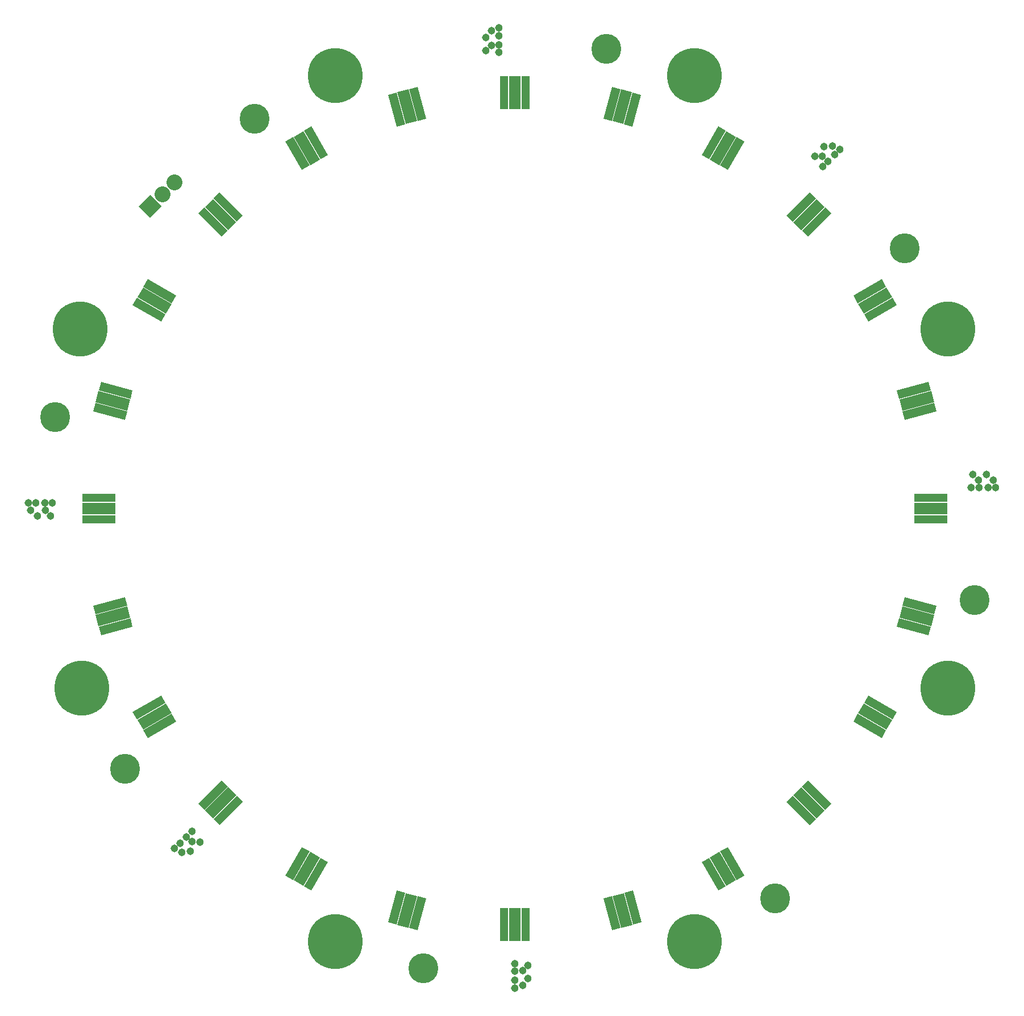
<source format=gbr>
G04 #@! TF.FileFunction,Soldermask,Top*
%FSLAX46Y46*%
G04 Gerber Fmt 4.6, Leading zero omitted, Abs format (unit mm)*
G04 Created by KiCad (PCBNEW 4.0.1-stable) date 2/3/2016 8:32:50 AM*
%MOMM*%
G01*
G04 APERTURE LIST*
%ADD10C,0.100000*%
%ADD11C,4.464000*%
%ADD12C,8.160000*%
%ADD13R,1.700000X4.900000*%
%ADD14R,1.300000X4.900000*%
%ADD15C,1.136600*%
%ADD16R,4.900000X1.700000*%
%ADD17R,4.900000X1.300000*%
%ADD18C,2.398980*%
G04 APERTURE END LIST*
D10*
D11*
X160510000Y-101930000D03*
X78370000Y-156810000D03*
X23490000Y-74670000D03*
X53190000Y-30220000D03*
X130810000Y-146380000D03*
X33920000Y-127110000D03*
D12*
X156530000Y-61570000D03*
X65270000Y-152830000D03*
X118730000Y-152830000D03*
X118730000Y-23770000D03*
X156530000Y-115030000D03*
X65270000Y-23770000D03*
X27270000Y-61570000D03*
D11*
X105630000Y-19790000D03*
X150080000Y-49490000D03*
D13*
X92000000Y-26300000D03*
D14*
X93600000Y-26300000D03*
X90400000Y-26300000D03*
D15*
X93587500Y-25474500D03*
X93587500Y-27062000D03*
X92000000Y-25474500D03*
X92000000Y-27062000D03*
X90412500Y-25474500D03*
X90412500Y-27062000D03*
D10*
G36*
X40856762Y-118811122D02*
X36613238Y-121261122D01*
X35763238Y-119788878D01*
X40006762Y-117338878D01*
X40856762Y-118811122D01*
X40856762Y-118811122D01*
G37*
G36*
X39956762Y-117252276D02*
X35713238Y-119702276D01*
X35063238Y-118576442D01*
X39306762Y-116126442D01*
X39956762Y-117252276D01*
X39956762Y-117252276D01*
G37*
G36*
X41556762Y-120023558D02*
X37313238Y-122473558D01*
X36663238Y-121347724D01*
X40906762Y-118897724D01*
X41556762Y-120023558D01*
X41556762Y-120023558D01*
G37*
D15*
X36801346Y-118337935D03*
X38176161Y-117544185D03*
X37595096Y-119712750D03*
X38969911Y-118919000D03*
X38388846Y-121087565D03*
X39763661Y-120293815D03*
D10*
G36*
X143993238Y-117338878D02*
X148236762Y-119788878D01*
X147386762Y-121261122D01*
X143143238Y-118811122D01*
X143993238Y-117338878D01*
X143993238Y-117338878D01*
G37*
G36*
X143093238Y-118897724D02*
X147336762Y-121347724D01*
X146686762Y-122473558D01*
X142443238Y-120023558D01*
X143093238Y-118897724D01*
X143093238Y-118897724D01*
G37*
G36*
X144693238Y-116126442D02*
X148936762Y-118576442D01*
X148286762Y-119702276D01*
X144043238Y-117252276D01*
X144693238Y-116126442D01*
X144693238Y-116126442D01*
G37*
D15*
X145611154Y-121087565D03*
X144236339Y-120293815D03*
X146404904Y-119712750D03*
X145030089Y-118919000D03*
X147198654Y-118337935D03*
X145823839Y-117544185D03*
D10*
G36*
X75773070Y-31006514D02*
X74504856Y-26273478D01*
X76146930Y-25833486D01*
X77415144Y-30566522D01*
X75773070Y-31006514D01*
X75773070Y-31006514D01*
G37*
G36*
X77511736Y-30540641D02*
X76243523Y-25807604D01*
X77499226Y-25471139D01*
X78767439Y-30204176D01*
X77511736Y-30540641D01*
X77511736Y-30540641D01*
G37*
G36*
X74420774Y-31368861D02*
X73152561Y-26635824D01*
X74408264Y-26299359D01*
X75676477Y-31032396D01*
X74420774Y-31368861D01*
X74420774Y-31368861D01*
G37*
D15*
X77279752Y-27211753D03*
X77690627Y-28745160D03*
X75746345Y-27622628D03*
X76157220Y-29156035D03*
X74212938Y-28033503D03*
X74623813Y-29566911D03*
D10*
G36*
X50493452Y-131008629D02*
X47028629Y-134473452D01*
X45826548Y-133271371D01*
X49291371Y-129806548D01*
X50493452Y-131008629D01*
X50493452Y-131008629D01*
G37*
G36*
X49220660Y-129735837D02*
X45755837Y-133200660D01*
X44836598Y-132281421D01*
X48301421Y-128816598D01*
X49220660Y-129735837D01*
X49220660Y-129735837D01*
G37*
G36*
X51483402Y-131998579D02*
X48018579Y-135463402D01*
X47099340Y-134544163D01*
X50564163Y-131079340D01*
X51483402Y-131998579D01*
X51483402Y-131998579D01*
G37*
D15*
X46453751Y-131601185D03*
X47576283Y-130478653D03*
X47576283Y-132723717D03*
X48698815Y-131601185D03*
X48698815Y-133846249D03*
X49821347Y-132723717D03*
D10*
G36*
X149733478Y-102884856D02*
X154466514Y-104153070D01*
X154026522Y-105795144D01*
X149293486Y-104526930D01*
X149733478Y-102884856D01*
X149733478Y-102884856D01*
G37*
G36*
X149267604Y-104623523D02*
X154000641Y-105891736D01*
X153664176Y-107147439D01*
X148931139Y-105879226D01*
X149267604Y-104623523D01*
X149267604Y-104623523D01*
G37*
G36*
X150095824Y-101532561D02*
X154828861Y-102800774D01*
X154492396Y-104056477D01*
X149759359Y-102788264D01*
X150095824Y-101532561D01*
X150095824Y-101532561D01*
G37*
D15*
X152266497Y-106087062D03*
X150733089Y-105676187D03*
X152677372Y-104553655D03*
X151143965Y-104142780D03*
X153088247Y-103020248D03*
X151554840Y-102609373D03*
D10*
G36*
X61488878Y-37156762D02*
X59038878Y-32913238D01*
X60511122Y-32063238D01*
X62961122Y-36306762D01*
X61488878Y-37156762D01*
X61488878Y-37156762D01*
G37*
G36*
X63047724Y-36256762D02*
X60597724Y-32013238D01*
X61723558Y-31363238D01*
X64173558Y-35606762D01*
X63047724Y-36256762D01*
X63047724Y-36256762D01*
G37*
G36*
X60276442Y-37856762D02*
X57826442Y-33613238D01*
X58952276Y-32963238D01*
X61402276Y-37206762D01*
X60276442Y-37856762D01*
X60276442Y-37856762D01*
G37*
D15*
X61962065Y-33101346D03*
X62755815Y-34476161D03*
X60587250Y-33895096D03*
X61381000Y-35269911D03*
X59212435Y-34688846D03*
X60006185Y-36063661D03*
D10*
G36*
X62961122Y-140293238D02*
X60511122Y-144536762D01*
X59038878Y-143686762D01*
X61488878Y-139443238D01*
X62961122Y-140293238D01*
X62961122Y-140293238D01*
G37*
G36*
X61402276Y-139393238D02*
X58952276Y-143636762D01*
X57826442Y-142986762D01*
X60276442Y-138743238D01*
X61402276Y-139393238D01*
X61402276Y-139393238D01*
G37*
G36*
X64173558Y-140993238D02*
X61723558Y-145236762D01*
X60597724Y-144586762D01*
X63047724Y-140343238D01*
X64173558Y-140993238D01*
X64173558Y-140993238D01*
G37*
D15*
X59212435Y-141911154D03*
X60006185Y-140536339D03*
X60587250Y-142704904D03*
X61381000Y-141330089D03*
X61962065Y-143498654D03*
X62755815Y-142123839D03*
D16*
X154000000Y-88300000D03*
D17*
X154000000Y-89900000D03*
X154000000Y-86700000D03*
D15*
X154825500Y-89887500D03*
X153238000Y-89887500D03*
X154825500Y-88300000D03*
X153238000Y-88300000D03*
X154825500Y-86712500D03*
X153238000Y-86712500D03*
D10*
G36*
X49291371Y-46793452D02*
X45826548Y-43328629D01*
X47028629Y-42126548D01*
X50493452Y-45591371D01*
X49291371Y-46793452D01*
X49291371Y-46793452D01*
G37*
G36*
X50564163Y-45520660D02*
X47099340Y-42055837D01*
X48018579Y-41136598D01*
X51483402Y-44601421D01*
X50564163Y-45520660D01*
X50564163Y-45520660D01*
G37*
G36*
X48301421Y-47783402D02*
X44836598Y-44318579D01*
X45755837Y-43399340D01*
X49220660Y-46864163D01*
X48301421Y-47783402D01*
X48301421Y-47783402D01*
G37*
D15*
X48698815Y-42753751D03*
X49821347Y-43876283D03*
X47576283Y-43876283D03*
X48698815Y-44998815D03*
X46453751Y-44998815D03*
X47576283Y-46121347D03*
D10*
G36*
X77415144Y-146033478D02*
X76146930Y-150766514D01*
X74504856Y-150326522D01*
X75773070Y-145593486D01*
X77415144Y-146033478D01*
X77415144Y-146033478D01*
G37*
G36*
X75676477Y-145567604D02*
X74408264Y-150300641D01*
X73152561Y-149964176D01*
X74420774Y-145231139D01*
X75676477Y-145567604D01*
X75676477Y-145567604D01*
G37*
G36*
X78767439Y-146395824D02*
X77499226Y-151128861D01*
X76243523Y-150792396D01*
X77511736Y-146059359D01*
X78767439Y-146395824D01*
X78767439Y-146395824D01*
G37*
D15*
X74212938Y-148566497D03*
X74623813Y-147033089D03*
X75746345Y-148977372D03*
X76157220Y-147443965D03*
X77279752Y-149388247D03*
X77690627Y-147854840D03*
D10*
G36*
X149293486Y-72073070D02*
X154026522Y-70804856D01*
X154466514Y-72446930D01*
X149733478Y-73715144D01*
X149293486Y-72073070D01*
X149293486Y-72073070D01*
G37*
G36*
X149759359Y-73811736D02*
X154492396Y-72543523D01*
X154828861Y-73799226D01*
X150095824Y-75067439D01*
X149759359Y-73811736D01*
X149759359Y-73811736D01*
G37*
G36*
X148931139Y-70720774D02*
X153664176Y-69452561D01*
X154000641Y-70708264D01*
X149267604Y-71976477D01*
X148931139Y-70720774D01*
X148931139Y-70720774D01*
G37*
D15*
X153088247Y-73579752D03*
X151554840Y-73990627D03*
X152677372Y-72046345D03*
X151143965Y-72457220D03*
X152266497Y-70512938D03*
X150733089Y-70923813D03*
D10*
G36*
X40006762Y-59261122D02*
X35763238Y-56811122D01*
X36613238Y-55338878D01*
X40856762Y-57788878D01*
X40006762Y-59261122D01*
X40006762Y-59261122D01*
G37*
G36*
X40906762Y-57702276D02*
X36663238Y-55252276D01*
X37313238Y-54126442D01*
X41556762Y-56576442D01*
X40906762Y-57702276D01*
X40906762Y-57702276D01*
G37*
G36*
X39306762Y-60473558D02*
X35063238Y-58023558D01*
X35713238Y-56897724D01*
X39956762Y-59347724D01*
X39306762Y-60473558D01*
X39306762Y-60473558D01*
G37*
D15*
X38388846Y-55512435D03*
X39763661Y-56306185D03*
X37595096Y-56887250D03*
X38969911Y-57681000D03*
X36801346Y-58262065D03*
X38176161Y-59055815D03*
D13*
X92000000Y-150300000D03*
D14*
X90400000Y-150300000D03*
X93600000Y-150300000D03*
D15*
X90412500Y-151125500D03*
X90412500Y-149538000D03*
X92000000Y-151125500D03*
X92000000Y-149538000D03*
X93587500Y-151125500D03*
X93587500Y-149538000D03*
D10*
G36*
X143143238Y-57788878D02*
X147386762Y-55338878D01*
X148236762Y-56811122D01*
X143993238Y-59261122D01*
X143143238Y-57788878D01*
X143143238Y-57788878D01*
G37*
G36*
X144043238Y-59347724D02*
X148286762Y-56897724D01*
X148936762Y-58023558D01*
X144693238Y-60473558D01*
X144043238Y-59347724D01*
X144043238Y-59347724D01*
G37*
G36*
X142443238Y-56576442D02*
X146686762Y-54126442D01*
X147336762Y-55252276D01*
X143093238Y-57702276D01*
X142443238Y-56576442D01*
X142443238Y-56576442D01*
G37*
D15*
X147198654Y-58262065D03*
X145823839Y-59055815D03*
X146404904Y-56887250D03*
X145030089Y-57681000D03*
X145611154Y-55512435D03*
X144236339Y-56306185D03*
D10*
G36*
X34266522Y-73715144D02*
X29533486Y-72446930D01*
X29973478Y-70804856D01*
X34706514Y-72073070D01*
X34266522Y-73715144D01*
X34266522Y-73715144D01*
G37*
G36*
X34732396Y-71976477D02*
X29999359Y-70708264D01*
X30335824Y-69452561D01*
X35068861Y-70720774D01*
X34732396Y-71976477D01*
X34732396Y-71976477D01*
G37*
G36*
X33904176Y-75067439D02*
X29171139Y-73799226D01*
X29507604Y-72543523D01*
X34240641Y-73811736D01*
X33904176Y-75067439D01*
X33904176Y-75067439D01*
G37*
D15*
X31733503Y-70512938D03*
X33266911Y-70923813D03*
X31322628Y-72046345D03*
X32856035Y-72457220D03*
X30911753Y-73579752D03*
X32445160Y-73990627D03*
D10*
G36*
X108226930Y-145593486D02*
X109495144Y-150326522D01*
X107853070Y-150766514D01*
X106584856Y-146033478D01*
X108226930Y-145593486D01*
X108226930Y-145593486D01*
G37*
G36*
X106488264Y-146059359D02*
X107756477Y-150792396D01*
X106500774Y-151128861D01*
X105232561Y-146395824D01*
X106488264Y-146059359D01*
X106488264Y-146059359D01*
G37*
G36*
X109579226Y-145231139D02*
X110847439Y-149964176D01*
X109591736Y-150300641D01*
X108323523Y-145567604D01*
X109579226Y-145231139D01*
X109579226Y-145231139D01*
G37*
D15*
X106720248Y-149388247D03*
X106309373Y-147854840D03*
X108253655Y-148977372D03*
X107842780Y-147443965D03*
X109787062Y-148566497D03*
X109376187Y-147033089D03*
D10*
G36*
X133506548Y-45591371D02*
X136971371Y-42126548D01*
X138173452Y-43328629D01*
X134708629Y-46793452D01*
X133506548Y-45591371D01*
X133506548Y-45591371D01*
G37*
G36*
X134779340Y-46864163D02*
X138244163Y-43399340D01*
X139163402Y-44318579D01*
X135698579Y-47783402D01*
X134779340Y-46864163D01*
X134779340Y-46864163D01*
G37*
G36*
X132516598Y-44601421D02*
X135981421Y-41136598D01*
X136900660Y-42055837D01*
X133435837Y-45520660D01*
X132516598Y-44601421D01*
X132516598Y-44601421D01*
G37*
D15*
X137546249Y-44998815D03*
X136423717Y-46121347D03*
X136423717Y-43876283D03*
X135301185Y-44998815D03*
X135301185Y-42753751D03*
X134178653Y-43876283D03*
D16*
X30000000Y-88300000D03*
D17*
X30000000Y-86700000D03*
X30000000Y-89900000D03*
D15*
X29174500Y-86712500D03*
X30762000Y-86712500D03*
X29174500Y-88300000D03*
X30762000Y-88300000D03*
X29174500Y-89887500D03*
X30762000Y-89887500D03*
D10*
G36*
X122511122Y-139443238D02*
X124961122Y-143686762D01*
X123488878Y-144536762D01*
X121038878Y-140293238D01*
X122511122Y-139443238D01*
X122511122Y-139443238D01*
G37*
G36*
X120952276Y-140343238D02*
X123402276Y-144586762D01*
X122276442Y-145236762D01*
X119826442Y-140993238D01*
X120952276Y-140343238D01*
X120952276Y-140343238D01*
G37*
G36*
X123723558Y-138743238D02*
X126173558Y-142986762D01*
X125047724Y-143636762D01*
X122597724Y-139393238D01*
X123723558Y-138743238D01*
X123723558Y-138743238D01*
G37*
D15*
X122037935Y-143498654D03*
X121244185Y-142123839D03*
X123412750Y-142704904D03*
X122619000Y-141330089D03*
X124787565Y-141911154D03*
X123993815Y-140536339D03*
D10*
G36*
X121038878Y-36306762D02*
X123488878Y-32063238D01*
X124961122Y-32913238D01*
X122511122Y-37156762D01*
X121038878Y-36306762D01*
X121038878Y-36306762D01*
G37*
G36*
X122597724Y-37206762D02*
X125047724Y-32963238D01*
X126173558Y-33613238D01*
X123723558Y-37856762D01*
X122597724Y-37206762D01*
X122597724Y-37206762D01*
G37*
G36*
X119826442Y-35606762D02*
X122276442Y-31363238D01*
X123402276Y-32013238D01*
X120952276Y-36256762D01*
X119826442Y-35606762D01*
X119826442Y-35606762D01*
G37*
D15*
X124787565Y-34688846D03*
X123993815Y-36063661D03*
X123412750Y-33895096D03*
X122619000Y-35269911D03*
X122037935Y-33101346D03*
X121244185Y-34476161D03*
D10*
G36*
X34706514Y-104526930D02*
X29973478Y-105795144D01*
X29533486Y-104153070D01*
X34266522Y-102884856D01*
X34706514Y-104526930D01*
X34706514Y-104526930D01*
G37*
G36*
X34240641Y-102788264D02*
X29507604Y-104056477D01*
X29171139Y-102800774D01*
X33904176Y-101532561D01*
X34240641Y-102788264D01*
X34240641Y-102788264D01*
G37*
G36*
X35068861Y-105879226D02*
X30335824Y-107147439D01*
X29999359Y-105891736D01*
X34732396Y-104623523D01*
X35068861Y-105879226D01*
X35068861Y-105879226D01*
G37*
D15*
X30911753Y-103020248D03*
X32445160Y-102609373D03*
X31322628Y-104553655D03*
X32856035Y-104142780D03*
X31733503Y-106087062D03*
X33266911Y-105676187D03*
D10*
G36*
X134708629Y-129806548D02*
X138173452Y-133271371D01*
X136971371Y-134473452D01*
X133506548Y-131008629D01*
X134708629Y-129806548D01*
X134708629Y-129806548D01*
G37*
G36*
X133435837Y-131079340D02*
X136900660Y-134544163D01*
X135981421Y-135463402D01*
X132516598Y-131998579D01*
X133435837Y-131079340D01*
X133435837Y-131079340D01*
G37*
G36*
X135698579Y-128816598D02*
X139163402Y-132281421D01*
X138244163Y-133200660D01*
X134779340Y-129735837D01*
X135698579Y-128816598D01*
X135698579Y-128816598D01*
G37*
D15*
X135301185Y-133846249D03*
X134178653Y-132723717D03*
X136423717Y-132723717D03*
X135301185Y-131601185D03*
X137546249Y-131601185D03*
X136423717Y-130478653D03*
D10*
G36*
X106544856Y-30566522D02*
X107813070Y-25833486D01*
X109455144Y-26273478D01*
X108186930Y-31006514D01*
X106544856Y-30566522D01*
X106544856Y-30566522D01*
G37*
G36*
X108283523Y-31032396D02*
X109551736Y-26299359D01*
X110807439Y-26635824D01*
X109539226Y-31368861D01*
X108283523Y-31032396D01*
X108283523Y-31032396D01*
G37*
G36*
X105192561Y-30204176D02*
X106460774Y-25471139D01*
X107716477Y-25807604D01*
X106448264Y-30540641D01*
X105192561Y-30204176D01*
X105192561Y-30204176D01*
G37*
D15*
X109747062Y-28033503D03*
X109336187Y-29566911D03*
X108213655Y-27622628D03*
X107802780Y-29156035D03*
X106680248Y-27211753D03*
X106269373Y-28745160D03*
X87709940Y-20075600D03*
X88535440Y-19288200D03*
X88535440Y-17091100D03*
X87709940Y-18107100D03*
X89678440Y-17853100D03*
X89678440Y-16710100D03*
X89678440Y-19186600D03*
X89678440Y-20329600D03*
X160280280Y-83227620D03*
X161067680Y-84053120D03*
X163264780Y-84053120D03*
X162248780Y-83227620D03*
X162502780Y-85196120D03*
X163645780Y-85196120D03*
X161169280Y-85196120D03*
X160026280Y-85196120D03*
X22866280Y-89420140D03*
X22078880Y-88594640D03*
X19881780Y-88594640D03*
X20897780Y-89420140D03*
X20643780Y-87451640D03*
X19500780Y-87451640D03*
X21977280Y-87451640D03*
X23120280Y-87451640D03*
X136670728Y-35771350D03*
X137811221Y-35798291D03*
X139364805Y-34244706D03*
X138062668Y-34379410D03*
X139634213Y-35591745D03*
X140442436Y-34783522D03*
X138691286Y-36534672D03*
X137883063Y-37342895D03*
X93993900Y-156372000D03*
X93168400Y-157159400D03*
X93168400Y-159356500D03*
X93993900Y-158340500D03*
X92025400Y-158594500D03*
X92025400Y-159737500D03*
X92025400Y-157261000D03*
X92025400Y-156118000D03*
X45088992Y-137968610D03*
X43948499Y-137941669D03*
X42394915Y-139495254D03*
X43697052Y-139360550D03*
X42125507Y-138148215D03*
X41317284Y-138956438D03*
X43068434Y-137205288D03*
X43876657Y-136397065D03*
D12*
X27470000Y-115030000D03*
D18*
X41284091Y-39696829D02*
X41284091Y-39696829D01*
D10*
G36*
X37691989Y-41592596D02*
X39388324Y-43288931D01*
X37691989Y-44985266D01*
X35995654Y-43288931D01*
X37691989Y-41592596D01*
X37691989Y-41592596D01*
G37*
D18*
X39488040Y-41492880D02*
X39488040Y-41492880D01*
M02*

</source>
